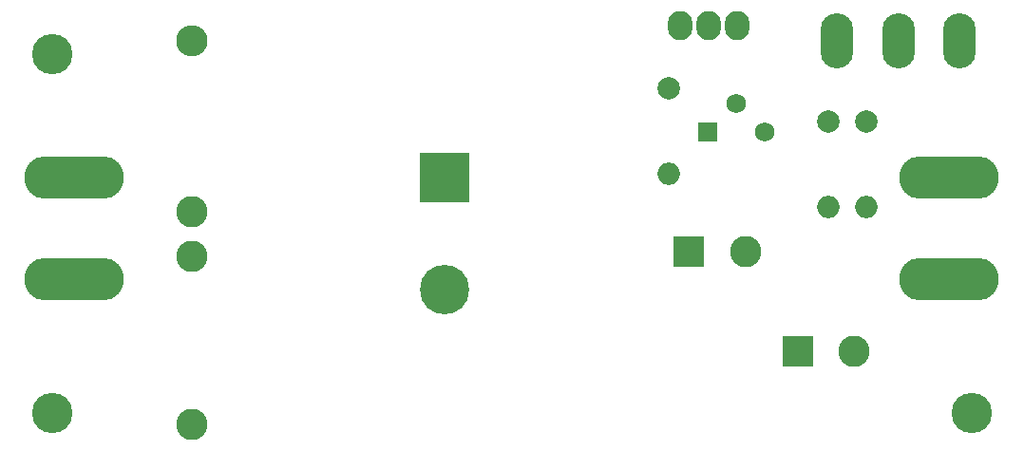
<source format=gts>
G04 #@! TF.GenerationSoftware,KiCad,Pcbnew,(5.0.0-3-g5ebb6b6)*
G04 #@! TF.CreationDate,2018-08-10T20:06:04-07:00*
G04 #@! TF.ProjectId,juma-adj-cx,6A756D612D61646A2D63782E6B696361,rev?*
G04 #@! TF.SameCoordinates,Original*
G04 #@! TF.FileFunction,Soldermask,Top*
G04 #@! TF.FilePolarity,Negative*
%FSLAX46Y46*%
G04 Gerber Fmt 4.6, Leading zero omitted, Abs format (unit mm)*
G04 Created by KiCad (PCBNEW (5.0.0-3-g5ebb6b6)) date Friday, August 10, 2018 at 08:06:04 PM*
%MOMM*%
%LPD*%
G01*
G04 APERTURE LIST*
%ADD10R,2.800000X2.800000*%
%ADD11C,2.800000*%
%ADD12R,4.400000X4.400000*%
%ADD13C,4.400000*%
%ADD14O,8.900000X3.800000*%
%ADD15C,2.400000*%
%ADD16O,2.900000X4.900000*%
%ADD17O,2.200000X2.600000*%
%ADD18R,1.746200X1.746200*%
%ADD19C,1.746200*%
%ADD20O,2.800000X2.800000*%
%ADD21C,2.000000*%
%ADD22O,2.000000X2.000000*%
%ADD23C,3.600000*%
G04 APERTURE END LIST*
D10*
G04 #@! TO.C,C3*
X140800000Y-111600000D03*
D11*
X145800000Y-111600000D03*
G04 #@! TD*
G04 #@! TO.C,C4*
X155500000Y-120500000D03*
D10*
X150500000Y-120500000D03*
G04 #@! TD*
D12*
G04 #@! TO.C,C2*
X119000000Y-105000000D03*
D13*
X119000000Y-115000000D03*
G04 #@! TD*
D14*
G04 #@! TO.C,J4*
X164000000Y-114000000D03*
D15*
X161460000Y-114000000D03*
G04 #@! TD*
D14*
G04 #@! TO.C,J2*
X86000000Y-114000000D03*
D15*
X83460000Y-114000000D03*
G04 #@! TD*
D14*
G04 #@! TO.C,J3*
X164000000Y-105000000D03*
D15*
X161460000Y-105000000D03*
G04 #@! TD*
D14*
G04 #@! TO.C,J1*
X86000000Y-105000000D03*
D15*
X83460000Y-105000000D03*
G04 #@! TD*
D16*
G04 #@! TO.C,Q2*
X154000000Y-92800000D03*
X159450000Y-92800000D03*
X164900000Y-92800000D03*
G04 #@! TD*
D11*
G04 #@! TO.C,C1*
X96500000Y-127000000D03*
X96500000Y-112000000D03*
G04 #@! TD*
D17*
G04 #@! TO.C,Q1*
X140000000Y-91400000D03*
X142540000Y-91400000D03*
X145080000Y-91400000D03*
G04 #@! TD*
D18*
G04 #@! TO.C,RV1*
X142460000Y-100923800D03*
D19*
X145000000Y-98383800D03*
X147540000Y-100923800D03*
G04 #@! TD*
D11*
G04 #@! TO.C,R1*
X96500000Y-108000000D03*
D20*
X96500000Y-92760000D03*
G04 #@! TD*
D21*
G04 #@! TO.C,R2*
X139000000Y-97000000D03*
D22*
X139000000Y-104620000D03*
G04 #@! TD*
G04 #@! TO.C,R3*
X153200000Y-107620000D03*
D21*
X153200000Y-100000000D03*
G04 #@! TD*
G04 #@! TO.C,R4*
X156600000Y-100000000D03*
D22*
X156600000Y-107620000D03*
G04 #@! TD*
D23*
G04 #@! TO.C,MK1*
X84000000Y-94000000D03*
G04 #@! TD*
G04 #@! TO.C,MK2*
X166000000Y-126000000D03*
G04 #@! TD*
G04 #@! TO.C,MK3*
X84000000Y-126000000D03*
G04 #@! TD*
M02*

</source>
